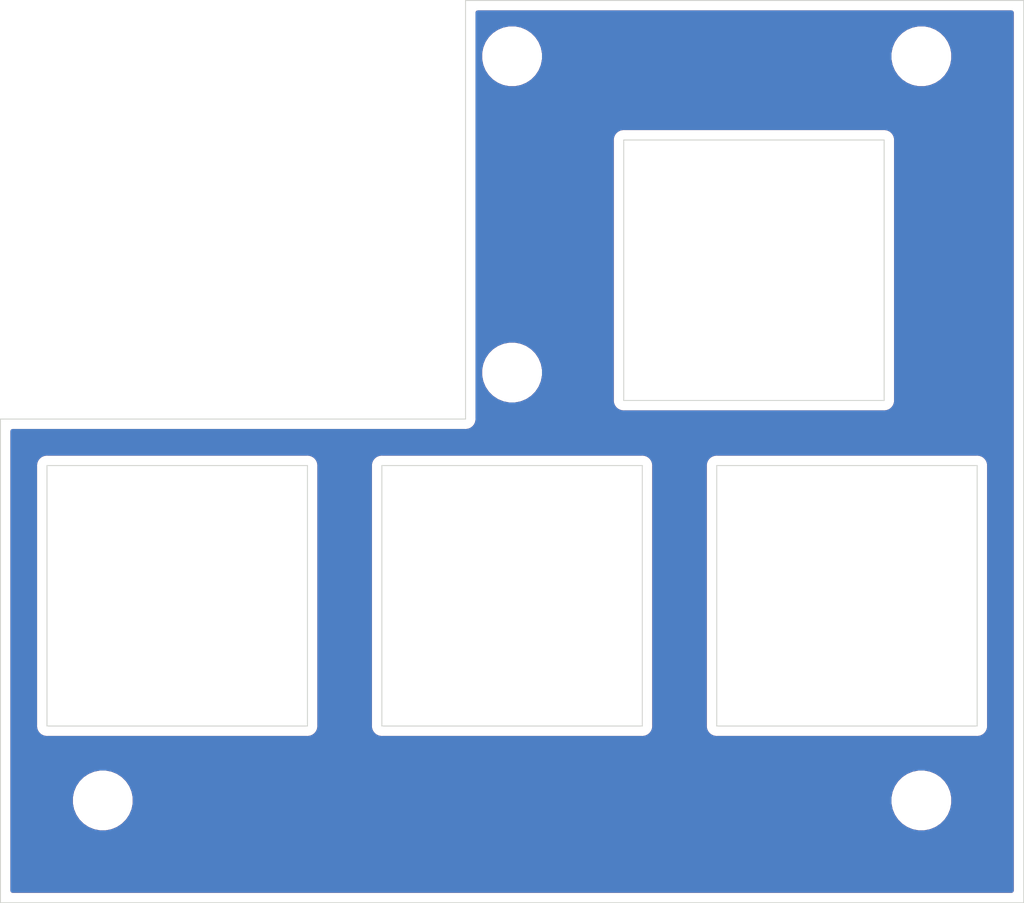
<source format=kicad_pcb>
(kicad_pcb (version 20171130) (host pcbnew "(5.1.6)-1")

  (general
    (thickness 1.6)
    (drawings 30)
    (tracks 0)
    (zones 0)
    (modules 5)
    (nets 1)
  )

  (page A4)
  (layers
    (0 F.Cu signal)
    (31 B.Cu signal)
    (32 B.Adhes user)
    (33 F.Adhes user)
    (34 B.Paste user)
    (35 F.Paste user)
    (36 B.SilkS user)
    (37 F.SilkS user)
    (38 B.Mask user)
    (39 F.Mask user)
    (40 Dwgs.User user)
    (41 Cmts.User user)
    (42 Eco1.User user)
    (43 Eco2.User user)
    (44 Edge.Cuts user)
    (45 Margin user)
    (46 B.CrtYd user)
    (47 F.CrtYd user)
    (48 B.Fab user)
    (49 F.Fab user)
  )

  (setup
    (last_trace_width 0.25)
    (trace_clearance 0.2)
    (zone_clearance 0.508)
    (zone_45_only no)
    (trace_min 0.2)
    (via_size 0.8)
    (via_drill 0.4)
    (via_min_size 0.4)
    (via_min_drill 0.3)
    (uvia_size 0.3)
    (uvia_drill 0.1)
    (uvias_allowed no)
    (uvia_min_size 0.2)
    (uvia_min_drill 0.1)
    (edge_width 0.05)
    (segment_width 0.2)
    (pcb_text_width 0.3)
    (pcb_text_size 1.5 1.5)
    (mod_edge_width 0.12)
    (mod_text_size 1 1)
    (mod_text_width 0.15)
    (pad_size 1.524 1.524)
    (pad_drill 0.762)
    (pad_to_mask_clearance 0.05)
    (aux_axis_origin 0 0)
    (visible_elements 7FFFFFFF)
    (pcbplotparams
      (layerselection 0x010f0_ffffffff)
      (usegerberextensions true)
      (usegerberattributes false)
      (usegerberadvancedattributes true)
      (creategerberjobfile false)
      (excludeedgelayer true)
      (linewidth 0.100000)
      (plotframeref false)
      (viasonmask false)
      (mode 1)
      (useauxorigin false)
      (hpglpennumber 1)
      (hpglpenspeed 20)
      (hpglpendiameter 15.000000)
      (psnegative false)
      (psa4output false)
      (plotreference true)
      (plotvalue true)
      (plotinvisibletext false)
      (padsonsilk false)
      (subtractmaskfromsilk false)
      (outputformat 1)
      (mirror false)
      (drillshape 0)
      (scaleselection 1)
      (outputdirectory "./gerber"))
  )

  (net 0 "")

  (net_class Default "This is the default net class."
    (clearance 0.2)
    (trace_width 0.25)
    (via_dia 0.8)
    (via_drill 0.4)
    (uvia_dia 0.3)
    (uvia_drill 0.1)
  )

  (net_class VCC/GND ""
    (clearance 0.2)
    (trace_width 0.4)
    (via_dia 0.8)
    (via_drill 0.4)
    (uvia_dia 0.3)
    (uvia_drill 0.1)
  )

  (module MountingHole:MountingHole_2.2mm_M2_ISO7380 (layer F.Cu) (tedit 56D1B4CB) (tstamp 5F2657CE)
    (at 147.5 121.5)
    (descr "Mounting Hole 2.2mm, no annular, M2, ISO7380")
    (tags "mounting hole 2.2mm no annular m2 iso7380")
    (attr virtual)
    (fp_text reference REF** (at 0 -3) (layer F.SilkS) hide
      (effects (font (size 1 1) (thickness 0.15)))
    )
    (fp_text value m2_spacer (at 0 3) (layer F.Fab)
      (effects (font (size 1 1) (thickness 0.15)))
    )
    (fp_circle (center 0 0) (end 2 0) (layer F.CrtYd) (width 0.05))
    (fp_circle (center 0 0) (end 1.75 0) (layer Cmts.User) (width 0.15))
    (fp_text user %R (at 0.3 0) (layer F.Fab)
      (effects (font (size 1 1) (thickness 0.15)))
    )
    (pad 1 np_thru_hole circle (at 0 0) (size 2.2 2.2) (drill 2.2) (layers *.Cu *.Mask))
  )

  (module MountingHole:MountingHole_2.2mm_M2_ISO7380 (layer F.Cu) (tedit 56D1B4CB) (tstamp 5F265744)
    (at 147.5 104.5)
    (descr "Mounting Hole 2.2mm, no annular, M2, ISO7380")
    (tags "mounting hole 2.2mm no annular m2 iso7380")
    (attr virtual)
    (fp_text reference REF** (at 0 -3) (layer F.SilkS) hide
      (effects (font (size 1 1) (thickness 0.15)))
    )
    (fp_text value m2_spacer (at 0 3) (layer F.Fab)
      (effects (font (size 1 1) (thickness 0.15)))
    )
    (fp_circle (center 0 0) (end 2 0) (layer F.CrtYd) (width 0.05))
    (fp_circle (center 0 0) (end 1.75 0) (layer Cmts.User) (width 0.15))
    (fp_text user %R (at 0.3 0) (layer F.Fab)
      (effects (font (size 1 1) (thickness 0.15)))
    )
    (pad 1 np_thru_hole circle (at 0 0) (size 2.2 2.2) (drill 2.2) (layers *.Cu *.Mask))
  )

  (module MountingHole:MountingHole_2.2mm_M2_ISO7380 (layer F.Cu) (tedit 56D1B4CB) (tstamp 5F1C0C55)
    (at 169.5 104.5)
    (descr "Mounting Hole 2.2mm, no annular, M2, ISO7380")
    (tags "mounting hole 2.2mm no annular m2 iso7380")
    (attr virtual)
    (fp_text reference REF** (at 0 -3) (layer F.SilkS) hide
      (effects (font (size 1 1) (thickness 0.15)))
    )
    (fp_text value m2_spacer (at 0 3) (layer F.Fab)
      (effects (font (size 1 1) (thickness 0.15)))
    )
    (fp_circle (center 0 0) (end 2 0) (layer F.CrtYd) (width 0.05))
    (fp_circle (center 0 0) (end 1.75 0) (layer Cmts.User) (width 0.15))
    (fp_text user %R (at 0.3 0) (layer F.Fab)
      (effects (font (size 1 1) (thickness 0.15)))
    )
    (pad 1 np_thru_hole circle (at 0 0) (size 2.2 2.2) (drill 2.2) (layers *.Cu *.Mask))
  )

  (module MountingHole:MountingHole_2.2mm_M2_ISO7380 (layer F.Cu) (tedit 56D1B4CB) (tstamp 5F1E0DC6)
    (at 125.5 144.5)
    (descr "Mounting Hole 2.2mm, no annular, M2, ISO7380")
    (tags "mounting hole 2.2mm no annular m2 iso7380")
    (attr virtual)
    (fp_text reference REF** (at 0 -3) (layer F.SilkS) hide
      (effects (font (size 1 1) (thickness 0.15)))
    )
    (fp_text value m2_spacer (at 0 3) (layer F.Fab)
      (effects (font (size 1 1) (thickness 0.15)))
    )
    (fp_circle (center 0 0) (end 2 0) (layer F.CrtYd) (width 0.05))
    (fp_circle (center 0 0) (end 1.75 0) (layer Cmts.User) (width 0.15))
    (fp_text user %R (at 0.3 0) (layer F.Fab)
      (effects (font (size 1 1) (thickness 0.15)))
    )
    (pad 1 np_thru_hole circle (at 0 0) (size 2.2 2.2) (drill 2.2) (layers *.Cu *.Mask))
  )

  (module MountingHole:MountingHole_2.2mm_M2_ISO7380 (layer F.Cu) (tedit 56D1B4CB) (tstamp 5F1E0DDB)
    (at 169.5 144.5)
    (descr "Mounting Hole 2.2mm, no annular, M2, ISO7380")
    (tags "mounting hole 2.2mm no annular m2 iso7380")
    (attr virtual)
    (fp_text reference REF** (at 0 -3) (layer F.SilkS) hide
      (effects (font (size 1 1) (thickness 0.15)))
    )
    (fp_text value m2_spacer (at 0 3) (layer F.Fab)
      (effects (font (size 1 1) (thickness 0.15)))
    )
    (fp_circle (center 0 0) (end 2 0) (layer F.CrtYd) (width 0.05))
    (fp_circle (center 0 0) (end 1.75 0) (layer Cmts.User) (width 0.15))
    (fp_text user %R (at 0.3 0) (layer F.Fab)
      (effects (font (size 1 1) (thickness 0.15)))
    )
    (pad 1 np_thru_hole circle (at 0 0) (size 2.2 2.2) (drill 2.2) (layers *.Cu *.Mask))
  )

  (gr_line (start 122.5 126.5) (end 136.5 126.5) (layer Edge.Cuts) (width 0.05) (tstamp 5F2659AB))
  (gr_line (start 122.5 140.5) (end 122.5 126.5) (layer Edge.Cuts) (width 0.05))
  (gr_line (start 136.5 140.5) (end 122.5 140.5) (layer Edge.Cuts) (width 0.05))
  (gr_line (start 136.5 126.5) (end 136.5 140.5) (layer Edge.Cuts) (width 0.05))
  (gr_line (start 140.5 126.5) (end 154.5 126.5) (layer Edge.Cuts) (width 0.05) (tstamp 5F265999))
  (gr_line (start 140.5 140.5) (end 140.5 126.5) (layer Edge.Cuts) (width 0.05))
  (gr_line (start 154.5 140.5) (end 140.5 140.5) (layer Edge.Cuts) (width 0.05))
  (gr_line (start 154.5 126.5) (end 154.5 140.5) (layer Edge.Cuts) (width 0.05))
  (gr_line (start 158.5 140.5) (end 158.5 126.5) (layer Edge.Cuts) (width 0.05) (tstamp 5F265988))
  (gr_line (start 172.5 140.5) (end 158.5 140.5) (layer Edge.Cuts) (width 0.05))
  (gr_line (start 172.5 126.5) (end 172.5 140.5) (layer Edge.Cuts) (width 0.05))
  (gr_line (start 158.5 126.5) (end 172.5 126.5) (layer Edge.Cuts) (width 0.05))
  (gr_line (start 145 124) (end 120 124) (layer Edge.Cuts) (width 0.05))
  (gr_line (start 145 101.5) (end 145 124) (layer Edge.Cuts) (width 0.05))
  (gr_line (start 175 101.5) (end 145 101.5) (layer Edge.Cuts) (width 0.05))
  (gr_line (start 120 150) (end 120 124) (layer Edge.Cuts) (width 0.05) (tstamp 5F1B6225))
  (gr_line (start 175 101.5) (end 175 150) (layer Edge.Cuts) (width 0.05))
  (gr_line (start 153.5 109) (end 153.5 123) (layer Edge.Cuts) (width 0.05) (tstamp 5F1E1BF8))
  (gr_line (start 167.5 109) (end 153.5 109) (layer Edge.Cuts) (width 0.05))
  (gr_line (start 167.5 123) (end 167.5 109) (layer Edge.Cuts) (width 0.05))
  (gr_line (start 153.5 123) (end 167.5 123) (layer Edge.Cuts) (width 0.05))
  (gr_line (start 167.5 109) (end 153.5 109) (layer Dwgs.User) (width 0.15) (tstamp 5F1B63A1))
  (gr_line (start 167.5 123) (end 167.5 109) (layer Dwgs.User) (width 0.15))
  (gr_line (start 153.5 123) (end 167.5 123) (layer Dwgs.User) (width 0.15))
  (gr_line (start 153.5 109) (end 153.5 123) (layer Dwgs.User) (width 0.15))
  (gr_line (start 150 125) (end 150 107) (layer Dwgs.User) (width 0.15) (tstamp 5F1B63A0))
  (gr_line (start 171 125) (end 150 125) (layer Dwgs.User) (width 0.15))
  (gr_line (start 171 107) (end 171 125) (layer Dwgs.User) (width 0.15))
  (gr_line (start 150 107) (end 171 107) (layer Dwgs.User) (width 0.15))
  (gr_line (start 175 150) (end 120 150) (layer Edge.Cuts) (width 0.05))

  (zone (net 0) (net_name "") (layer F.Cu) (tstamp 5F2813AE) (hatch edge 0.508)
    (connect_pads (clearance 0.508))
    (min_thickness 0.254)
    (fill yes (arc_segments 32) (thermal_gap 0.508) (thermal_bridge_width 0.508))
    (polygon
      (pts
        (xy 175 150) (xy 120 150) (xy 120 124) (xy 145 124) (xy 145 101.5)
        (xy 175 101.5)
      )
    )
    (filled_polygon
      (pts
        (xy 174.340001 149.34) (xy 120.66 149.34) (xy 120.66 144.329117) (xy 123.765 144.329117) (xy 123.765 144.670883)
        (xy 123.831675 145.006081) (xy 123.962463 145.321831) (xy 124.152337 145.605998) (xy 124.394002 145.847663) (xy 124.678169 146.037537)
        (xy 124.993919 146.168325) (xy 125.329117 146.235) (xy 125.670883 146.235) (xy 126.006081 146.168325) (xy 126.321831 146.037537)
        (xy 126.605998 145.847663) (xy 126.847663 145.605998) (xy 127.037537 145.321831) (xy 127.168325 145.006081) (xy 127.235 144.670883)
        (xy 127.235 144.329117) (xy 167.765 144.329117) (xy 167.765 144.670883) (xy 167.831675 145.006081) (xy 167.962463 145.321831)
        (xy 168.152337 145.605998) (xy 168.394002 145.847663) (xy 168.678169 146.037537) (xy 168.993919 146.168325) (xy 169.329117 146.235)
        (xy 169.670883 146.235) (xy 170.006081 146.168325) (xy 170.321831 146.037537) (xy 170.605998 145.847663) (xy 170.847663 145.605998)
        (xy 171.037537 145.321831) (xy 171.168325 145.006081) (xy 171.235 144.670883) (xy 171.235 144.329117) (xy 171.168325 143.993919)
        (xy 171.037537 143.678169) (xy 170.847663 143.394002) (xy 170.605998 143.152337) (xy 170.321831 142.962463) (xy 170.006081 142.831675)
        (xy 169.670883 142.765) (xy 169.329117 142.765) (xy 168.993919 142.831675) (xy 168.678169 142.962463) (xy 168.394002 143.152337)
        (xy 168.152337 143.394002) (xy 167.962463 143.678169) (xy 167.831675 143.993919) (xy 167.765 144.329117) (xy 127.235 144.329117)
        (xy 127.168325 143.993919) (xy 127.037537 143.678169) (xy 126.847663 143.394002) (xy 126.605998 143.152337) (xy 126.321831 142.962463)
        (xy 126.006081 142.831675) (xy 125.670883 142.765) (xy 125.329117 142.765) (xy 124.993919 142.831675) (xy 124.678169 142.962463)
        (xy 124.394002 143.152337) (xy 124.152337 143.394002) (xy 123.962463 143.678169) (xy 123.831675 143.993919) (xy 123.765 144.329117)
        (xy 120.66 144.329117) (xy 120.66 126.5) (xy 121.836807 126.5) (xy 121.840001 126.532429) (xy 121.84 140.467581)
        (xy 121.836807 140.5) (xy 121.84955 140.629383) (xy 121.88729 140.753793) (xy 121.948575 140.86845) (xy 122.031052 140.968948)
        (xy 122.13155 141.051425) (xy 122.246207 141.11271) (xy 122.370617 141.15045) (xy 122.5 141.163193) (xy 122.532419 141.16)
        (xy 136.467581 141.16) (xy 136.5 141.163193) (xy 136.532419 141.16) (xy 136.629383 141.15045) (xy 136.753793 141.11271)
        (xy 136.86845 141.051425) (xy 136.968948 140.968948) (xy 137.051425 140.86845) (xy 137.11271 140.753793) (xy 137.15045 140.629383)
        (xy 137.163193 140.5) (xy 137.16 140.467581) (xy 137.16 126.532419) (xy 137.163193 126.5) (xy 139.836807 126.5)
        (xy 139.840001 126.532429) (xy 139.84 140.467581) (xy 139.836807 140.5) (xy 139.84955 140.629383) (xy 139.88729 140.753793)
        (xy 139.948575 140.86845) (xy 140.031052 140.968948) (xy 140.13155 141.051425) (xy 140.246207 141.11271) (xy 140.370617 141.15045)
        (xy 140.5 141.163193) (xy 140.532419 141.16) (xy 154.467581 141.16) (xy 154.5 141.163193) (xy 154.532419 141.16)
        (xy 154.629383 141.15045) (xy 154.753793 141.11271) (xy 154.86845 141.051425) (xy 154.968948 140.968948) (xy 155.051425 140.86845)
        (xy 155.11271 140.753793) (xy 155.15045 140.629383) (xy 155.163193 140.5) (xy 155.16 140.467581) (xy 155.16 126.532419)
        (xy 155.163193 126.5) (xy 157.836807 126.5) (xy 157.840001 126.532429) (xy 157.84 140.467581) (xy 157.836807 140.5)
        (xy 157.84955 140.629383) (xy 157.88729 140.753793) (xy 157.948575 140.86845) (xy 158.031052 140.968948) (xy 158.13155 141.051425)
        (xy 158.246207 141.11271) (xy 158.370617 141.15045) (xy 158.5 141.163193) (xy 158.532419 141.16) (xy 172.467581 141.16)
        (xy 172.5 141.163193) (xy 172.532419 141.16) (xy 172.629383 141.15045) (xy 172.753793 141.11271) (xy 172.86845 141.051425)
        (xy 172.968948 140.968948) (xy 173.051425 140.86845) (xy 173.11271 140.753793) (xy 173.15045 140.629383) (xy 173.163193 140.5)
        (xy 173.16 140.467581) (xy 173.16 126.532419) (xy 173.163193 126.5) (xy 173.15045 126.370617) (xy 173.11271 126.246207)
        (xy 173.051425 126.13155) (xy 172.968948 126.031052) (xy 172.86845 125.948575) (xy 172.753793 125.88729) (xy 172.629383 125.84955)
        (xy 172.532419 125.84) (xy 172.5 125.836807) (xy 172.467581 125.84) (xy 158.532419 125.84) (xy 158.5 125.836807)
        (xy 158.467581 125.84) (xy 158.370617 125.84955) (xy 158.246207 125.88729) (xy 158.13155 125.948575) (xy 158.031052 126.031052)
        (xy 157.948575 126.13155) (xy 157.88729 126.246207) (xy 157.84955 126.370617) (xy 157.836807 126.5) (xy 155.163193 126.5)
        (xy 155.15045 126.370617) (xy 155.11271 126.246207) (xy 155.051425 126.13155) (xy 154.968948 126.031052) (xy 154.86845 125.948575)
        (xy 154.753793 125.88729) (xy 154.629383 125.84955) (xy 154.532419 125.84) (xy 154.5 125.836807) (xy 154.467581 125.84)
        (xy 140.532419 125.84) (xy 140.5 125.836807) (xy 140.467581 125.84) (xy 140.370617 125.84955) (xy 140.246207 125.88729)
        (xy 140.13155 125.948575) (xy 140.031052 126.031052) (xy 139.948575 126.13155) (xy 139.88729 126.246207) (xy 139.84955 126.370617)
        (xy 139.836807 126.5) (xy 137.163193 126.5) (xy 137.15045 126.370617) (xy 137.11271 126.246207) (xy 137.051425 126.13155)
        (xy 136.968948 126.031052) (xy 136.86845 125.948575) (xy 136.753793 125.88729) (xy 136.629383 125.84955) (xy 136.532419 125.84)
        (xy 136.5 125.836807) (xy 136.467581 125.84) (xy 122.532419 125.84) (xy 122.5 125.836807) (xy 122.467581 125.84)
        (xy 122.370617 125.84955) (xy 122.246207 125.88729) (xy 122.13155 125.948575) (xy 122.031052 126.031052) (xy 121.948575 126.13155)
        (xy 121.88729 126.246207) (xy 121.84955 126.370617) (xy 121.836807 126.5) (xy 120.66 126.5) (xy 120.66 124.66)
        (xy 144.967581 124.66) (xy 145 124.663193) (xy 145.032419 124.66) (xy 145.129383 124.65045) (xy 145.253793 124.61271)
        (xy 145.36845 124.551425) (xy 145.468948 124.468948) (xy 145.551425 124.36845) (xy 145.61271 124.253793) (xy 145.65045 124.129383)
        (xy 145.663193 124) (xy 145.66 123.967581) (xy 145.66 121.329117) (xy 145.765 121.329117) (xy 145.765 121.670883)
        (xy 145.831675 122.006081) (xy 145.962463 122.321831) (xy 146.152337 122.605998) (xy 146.394002 122.847663) (xy 146.678169 123.037537)
        (xy 146.993919 123.168325) (xy 147.329117 123.235) (xy 147.670883 123.235) (xy 148.006081 123.168325) (xy 148.321831 123.037537)
        (xy 148.605998 122.847663) (xy 148.847663 122.605998) (xy 149.037537 122.321831) (xy 149.168325 122.006081) (xy 149.235 121.670883)
        (xy 149.235 121.329117) (xy 149.168325 120.993919) (xy 149.037537 120.678169) (xy 148.847663 120.394002) (xy 148.605998 120.152337)
        (xy 148.321831 119.962463) (xy 148.006081 119.831675) (xy 147.670883 119.765) (xy 147.329117 119.765) (xy 146.993919 119.831675)
        (xy 146.678169 119.962463) (xy 146.394002 120.152337) (xy 146.152337 120.394002) (xy 145.962463 120.678169) (xy 145.831675 120.993919)
        (xy 145.765 121.329117) (xy 145.66 121.329117) (xy 145.66 109) (xy 152.836807 109) (xy 152.84 109.032419)
        (xy 152.840001 122.967571) (xy 152.836807 123) (xy 152.84955 123.129383) (xy 152.88729 123.253793) (xy 152.948575 123.36845)
        (xy 153.031052 123.468948) (xy 153.13155 123.551425) (xy 153.246207 123.61271) (xy 153.370617 123.65045) (xy 153.467581 123.66)
        (xy 153.5 123.663193) (xy 153.532419 123.66) (xy 167.467581 123.66) (xy 167.5 123.663193) (xy 167.532419 123.66)
        (xy 167.629383 123.65045) (xy 167.753793 123.61271) (xy 167.86845 123.551425) (xy 167.968948 123.468948) (xy 168.051425 123.36845)
        (xy 168.11271 123.253793) (xy 168.15045 123.129383) (xy 168.163193 123) (xy 168.16 122.967581) (xy 168.16 109.032419)
        (xy 168.163193 109) (xy 168.15045 108.870617) (xy 168.11271 108.746207) (xy 168.051425 108.63155) (xy 167.968948 108.531052)
        (xy 167.86845 108.448575) (xy 167.753793 108.38729) (xy 167.629383 108.34955) (xy 167.532419 108.34) (xy 167.5 108.336807)
        (xy 167.467581 108.34) (xy 153.532419 108.34) (xy 153.5 108.336807) (xy 153.467581 108.34) (xy 153.370617 108.34955)
        (xy 153.246207 108.38729) (xy 153.13155 108.448575) (xy 153.031052 108.531052) (xy 152.948575 108.63155) (xy 152.88729 108.746207)
        (xy 152.84955 108.870617) (xy 152.836807 109) (xy 145.66 109) (xy 145.66 104.329117) (xy 145.765 104.329117)
        (xy 145.765 104.670883) (xy 145.831675 105.006081) (xy 145.962463 105.321831) (xy 146.152337 105.605998) (xy 146.394002 105.847663)
        (xy 146.678169 106.037537) (xy 146.993919 106.168325) (xy 147.329117 106.235) (xy 147.670883 106.235) (xy 148.006081 106.168325)
        (xy 148.321831 106.037537) (xy 148.605998 105.847663) (xy 148.847663 105.605998) (xy 149.037537 105.321831) (xy 149.168325 105.006081)
        (xy 149.235 104.670883) (xy 149.235 104.329117) (xy 167.765 104.329117) (xy 167.765 104.670883) (xy 167.831675 105.006081)
        (xy 167.962463 105.321831) (xy 168.152337 105.605998) (xy 168.394002 105.847663) (xy 168.678169 106.037537) (xy 168.993919 106.168325)
        (xy 169.329117 106.235) (xy 169.670883 106.235) (xy 170.006081 106.168325) (xy 170.321831 106.037537) (xy 170.605998 105.847663)
        (xy 170.847663 105.605998) (xy 171.037537 105.321831) (xy 171.168325 105.006081) (xy 171.235 104.670883) (xy 171.235 104.329117)
        (xy 171.168325 103.993919) (xy 171.037537 103.678169) (xy 170.847663 103.394002) (xy 170.605998 103.152337) (xy 170.321831 102.962463)
        (xy 170.006081 102.831675) (xy 169.670883 102.765) (xy 169.329117 102.765) (xy 168.993919 102.831675) (xy 168.678169 102.962463)
        (xy 168.394002 103.152337) (xy 168.152337 103.394002) (xy 167.962463 103.678169) (xy 167.831675 103.993919) (xy 167.765 104.329117)
        (xy 149.235 104.329117) (xy 149.168325 103.993919) (xy 149.037537 103.678169) (xy 148.847663 103.394002) (xy 148.605998 103.152337)
        (xy 148.321831 102.962463) (xy 148.006081 102.831675) (xy 147.670883 102.765) (xy 147.329117 102.765) (xy 146.993919 102.831675)
        (xy 146.678169 102.962463) (xy 146.394002 103.152337) (xy 146.152337 103.394002) (xy 145.962463 103.678169) (xy 145.831675 103.993919)
        (xy 145.765 104.329117) (xy 145.66 104.329117) (xy 145.66 102.16) (xy 174.34 102.16)
      )
    )
  )
  (zone (net 0) (net_name "") (layer B.Cu) (tstamp 5F2813AB) (hatch edge 0.508)
    (connect_pads (clearance 0.508))
    (min_thickness 0.254)
    (fill yes (arc_segments 32) (thermal_gap 0.508) (thermal_bridge_width 0.508))
    (polygon
      (pts
        (xy 175 150) (xy 120 150) (xy 120 124) (xy 145 124) (xy 145 101.5)
        (xy 175 101.5)
      )
    )
    (filled_polygon
      (pts
        (xy 174.340001 149.34) (xy 120.66 149.34) (xy 120.66 144.329117) (xy 123.765 144.329117) (xy 123.765 144.670883)
        (xy 123.831675 145.006081) (xy 123.962463 145.321831) (xy 124.152337 145.605998) (xy 124.394002 145.847663) (xy 124.678169 146.037537)
        (xy 124.993919 146.168325) (xy 125.329117 146.235) (xy 125.670883 146.235) (xy 126.006081 146.168325) (xy 126.321831 146.037537)
        (xy 126.605998 145.847663) (xy 126.847663 145.605998) (xy 127.037537 145.321831) (xy 127.168325 145.006081) (xy 127.235 144.670883)
        (xy 127.235 144.329117) (xy 167.765 144.329117) (xy 167.765 144.670883) (xy 167.831675 145.006081) (xy 167.962463 145.321831)
        (xy 168.152337 145.605998) (xy 168.394002 145.847663) (xy 168.678169 146.037537) (xy 168.993919 146.168325) (xy 169.329117 146.235)
        (xy 169.670883 146.235) (xy 170.006081 146.168325) (xy 170.321831 146.037537) (xy 170.605998 145.847663) (xy 170.847663 145.605998)
        (xy 171.037537 145.321831) (xy 171.168325 145.006081) (xy 171.235 144.670883) (xy 171.235 144.329117) (xy 171.168325 143.993919)
        (xy 171.037537 143.678169) (xy 170.847663 143.394002) (xy 170.605998 143.152337) (xy 170.321831 142.962463) (xy 170.006081 142.831675)
        (xy 169.670883 142.765) (xy 169.329117 142.765) (xy 168.993919 142.831675) (xy 168.678169 142.962463) (xy 168.394002 143.152337)
        (xy 168.152337 143.394002) (xy 167.962463 143.678169) (xy 167.831675 143.993919) (xy 167.765 144.329117) (xy 127.235 144.329117)
        (xy 127.168325 143.993919) (xy 127.037537 143.678169) (xy 126.847663 143.394002) (xy 126.605998 143.152337) (xy 126.321831 142.962463)
        (xy 126.006081 142.831675) (xy 125.670883 142.765) (xy 125.329117 142.765) (xy 124.993919 142.831675) (xy 124.678169 142.962463)
        (xy 124.394002 143.152337) (xy 124.152337 143.394002) (xy 123.962463 143.678169) (xy 123.831675 143.993919) (xy 123.765 144.329117)
        (xy 120.66 144.329117) (xy 120.66 126.5) (xy 121.836807 126.5) (xy 121.840001 126.532429) (xy 121.84 140.467581)
        (xy 121.836807 140.5) (xy 121.84955 140.629383) (xy 121.88729 140.753793) (xy 121.948575 140.86845) (xy 122.031052 140.968948)
        (xy 122.13155 141.051425) (xy 122.246207 141.11271) (xy 122.370617 141.15045) (xy 122.5 141.163193) (xy 122.532419 141.16)
        (xy 136.467581 141.16) (xy 136.5 141.163193) (xy 136.532419 141.16) (xy 136.629383 141.15045) (xy 136.753793 141.11271)
        (xy 136.86845 141.051425) (xy 136.968948 140.968948) (xy 137.051425 140.86845) (xy 137.11271 140.753793) (xy 137.15045 140.629383)
        (xy 137.163193 140.5) (xy 137.16 140.467581) (xy 137.16 126.532419) (xy 137.163193 126.5) (xy 139.836807 126.5)
        (xy 139.840001 126.532429) (xy 139.84 140.467581) (xy 139.836807 140.5) (xy 139.84955 140.629383) (xy 139.88729 140.753793)
        (xy 139.948575 140.86845) (xy 140.031052 140.968948) (xy 140.13155 141.051425) (xy 140.246207 141.11271) (xy 140.370617 141.15045)
        (xy 140.5 141.163193) (xy 140.532419 141.16) (xy 154.467581 141.16) (xy 154.5 141.163193) (xy 154.532419 141.16)
        (xy 154.629383 141.15045) (xy 154.753793 141.11271) (xy 154.86845 141.051425) (xy 154.968948 140.968948) (xy 155.051425 140.86845)
        (xy 155.11271 140.753793) (xy 155.15045 140.629383) (xy 155.163193 140.5) (xy 155.16 140.467581) (xy 155.16 126.532419)
        (xy 155.163193 126.5) (xy 157.836807 126.5) (xy 157.840001 126.532429) (xy 157.84 140.467581) (xy 157.836807 140.5)
        (xy 157.84955 140.629383) (xy 157.88729 140.753793) (xy 157.948575 140.86845) (xy 158.031052 140.968948) (xy 158.13155 141.051425)
        (xy 158.246207 141.11271) (xy 158.370617 141.15045) (xy 158.5 141.163193) (xy 158.532419 141.16) (xy 172.467581 141.16)
        (xy 172.5 141.163193) (xy 172.532419 141.16) (xy 172.629383 141.15045) (xy 172.753793 141.11271) (xy 172.86845 141.051425)
        (xy 172.968948 140.968948) (xy 173.051425 140.86845) (xy 173.11271 140.753793) (xy 173.15045 140.629383) (xy 173.163193 140.5)
        (xy 173.16 140.467581) (xy 173.16 126.532419) (xy 173.163193 126.5) (xy 173.15045 126.370617) (xy 173.11271 126.246207)
        (xy 173.051425 126.13155) (xy 172.968948 126.031052) (xy 172.86845 125.948575) (xy 172.753793 125.88729) (xy 172.629383 125.84955)
        (xy 172.532419 125.84) (xy 172.5 125.836807) (xy 172.467581 125.84) (xy 158.532419 125.84) (xy 158.5 125.836807)
        (xy 158.467581 125.84) (xy 158.370617 125.84955) (xy 158.246207 125.88729) (xy 158.13155 125.948575) (xy 158.031052 126.031052)
        (xy 157.948575 126.13155) (xy 157.88729 126.246207) (xy 157.84955 126.370617) (xy 157.836807 126.5) (xy 155.163193 126.5)
        (xy 155.15045 126.370617) (xy 155.11271 126.246207) (xy 155.051425 126.13155) (xy 154.968948 126.031052) (xy 154.86845 125.948575)
        (xy 154.753793 125.88729) (xy 154.629383 125.84955) (xy 154.532419 125.84) (xy 154.5 125.836807) (xy 154.467581 125.84)
        (xy 140.532419 125.84) (xy 140.5 125.836807) (xy 140.467581 125.84) (xy 140.370617 125.84955) (xy 140.246207 125.88729)
        (xy 140.13155 125.948575) (xy 140.031052 126.031052) (xy 139.948575 126.13155) (xy 139.88729 126.246207) (xy 139.84955 126.370617)
        (xy 139.836807 126.5) (xy 137.163193 126.5) (xy 137.15045 126.370617) (xy 137.11271 126.246207) (xy 137.051425 126.13155)
        (xy 136.968948 126.031052) (xy 136.86845 125.948575) (xy 136.753793 125.88729) (xy 136.629383 125.84955) (xy 136.532419 125.84)
        (xy 136.5 125.836807) (xy 136.467581 125.84) (xy 122.532419 125.84) (xy 122.5 125.836807) (xy 122.467581 125.84)
        (xy 122.370617 125.84955) (xy 122.246207 125.88729) (xy 122.13155 125.948575) (xy 122.031052 126.031052) (xy 121.948575 126.13155)
        (xy 121.88729 126.246207) (xy 121.84955 126.370617) (xy 121.836807 126.5) (xy 120.66 126.5) (xy 120.66 124.66)
        (xy 144.967581 124.66) (xy 145 124.663193) (xy 145.032419 124.66) (xy 145.129383 124.65045) (xy 145.253793 124.61271)
        (xy 145.36845 124.551425) (xy 145.468948 124.468948) (xy 145.551425 124.36845) (xy 145.61271 124.253793) (xy 145.65045 124.129383)
        (xy 145.663193 124) (xy 145.66 123.967581) (xy 145.66 121.329117) (xy 145.765 121.329117) (xy 145.765 121.670883)
        (xy 145.831675 122.006081) (xy 145.962463 122.321831) (xy 146.152337 122.605998) (xy 146.394002 122.847663) (xy 146.678169 123.037537)
        (xy 146.993919 123.168325) (xy 147.329117 123.235) (xy 147.670883 123.235) (xy 148.006081 123.168325) (xy 148.321831 123.037537)
        (xy 148.605998 122.847663) (xy 148.847663 122.605998) (xy 149.037537 122.321831) (xy 149.168325 122.006081) (xy 149.235 121.670883)
        (xy 149.235 121.329117) (xy 149.168325 120.993919) (xy 149.037537 120.678169) (xy 148.847663 120.394002) (xy 148.605998 120.152337)
        (xy 148.321831 119.962463) (xy 148.006081 119.831675) (xy 147.670883 119.765) (xy 147.329117 119.765) (xy 146.993919 119.831675)
        (xy 146.678169 119.962463) (xy 146.394002 120.152337) (xy 146.152337 120.394002) (xy 145.962463 120.678169) (xy 145.831675 120.993919)
        (xy 145.765 121.329117) (xy 145.66 121.329117) (xy 145.66 109) (xy 152.836807 109) (xy 152.84 109.032419)
        (xy 152.840001 122.967571) (xy 152.836807 123) (xy 152.84955 123.129383) (xy 152.88729 123.253793) (xy 152.948575 123.36845)
        (xy 153.031052 123.468948) (xy 153.13155 123.551425) (xy 153.246207 123.61271) (xy 153.370617 123.65045) (xy 153.467581 123.66)
        (xy 153.5 123.663193) (xy 153.532419 123.66) (xy 167.467581 123.66) (xy 167.5 123.663193) (xy 167.532419 123.66)
        (xy 167.629383 123.65045) (xy 167.753793 123.61271) (xy 167.86845 123.551425) (xy 167.968948 123.468948) (xy 168.051425 123.36845)
        (xy 168.11271 123.253793) (xy 168.15045 123.129383) (xy 168.163193 123) (xy 168.16 122.967581) (xy 168.16 109.032419)
        (xy 168.163193 109) (xy 168.15045 108.870617) (xy 168.11271 108.746207) (xy 168.051425 108.63155) (xy 167.968948 108.531052)
        (xy 167.86845 108.448575) (xy 167.753793 108.38729) (xy 167.629383 108.34955) (xy 167.532419 108.34) (xy 167.5 108.336807)
        (xy 167.467581 108.34) (xy 153.532419 108.34) (xy 153.5 108.336807) (xy 153.467581 108.34) (xy 153.370617 108.34955)
        (xy 153.246207 108.38729) (xy 153.13155 108.448575) (xy 153.031052 108.531052) (xy 152.948575 108.63155) (xy 152.88729 108.746207)
        (xy 152.84955 108.870617) (xy 152.836807 109) (xy 145.66 109) (xy 145.66 104.329117) (xy 145.765 104.329117)
        (xy 145.765 104.670883) (xy 145.831675 105.006081) (xy 145.962463 105.321831) (xy 146.152337 105.605998) (xy 146.394002 105.847663)
        (xy 146.678169 106.037537) (xy 146.993919 106.168325) (xy 147.329117 106.235) (xy 147.670883 106.235) (xy 148.006081 106.168325)
        (xy 148.321831 106.037537) (xy 148.605998 105.847663) (xy 148.847663 105.605998) (xy 149.037537 105.321831) (xy 149.168325 105.006081)
        (xy 149.235 104.670883) (xy 149.235 104.329117) (xy 167.765 104.329117) (xy 167.765 104.670883) (xy 167.831675 105.006081)
        (xy 167.962463 105.321831) (xy 168.152337 105.605998) (xy 168.394002 105.847663) (xy 168.678169 106.037537) (xy 168.993919 106.168325)
        (xy 169.329117 106.235) (xy 169.670883 106.235) (xy 170.006081 106.168325) (xy 170.321831 106.037537) (xy 170.605998 105.847663)
        (xy 170.847663 105.605998) (xy 171.037537 105.321831) (xy 171.168325 105.006081) (xy 171.235 104.670883) (xy 171.235 104.329117)
        (xy 171.168325 103.993919) (xy 171.037537 103.678169) (xy 170.847663 103.394002) (xy 170.605998 103.152337) (xy 170.321831 102.962463)
        (xy 170.006081 102.831675) (xy 169.670883 102.765) (xy 169.329117 102.765) (xy 168.993919 102.831675) (xy 168.678169 102.962463)
        (xy 168.394002 103.152337) (xy 168.152337 103.394002) (xy 167.962463 103.678169) (xy 167.831675 103.993919) (xy 167.765 104.329117)
        (xy 149.235 104.329117) (xy 149.168325 103.993919) (xy 149.037537 103.678169) (xy 148.847663 103.394002) (xy 148.605998 103.152337)
        (xy 148.321831 102.962463) (xy 148.006081 102.831675) (xy 147.670883 102.765) (xy 147.329117 102.765) (xy 146.993919 102.831675)
        (xy 146.678169 102.962463) (xy 146.394002 103.152337) (xy 146.152337 103.394002) (xy 145.962463 103.678169) (xy 145.831675 103.993919)
        (xy 145.765 104.329117) (xy 145.66 104.329117) (xy 145.66 102.16) (xy 174.34 102.16)
      )
    )
  )
)

</source>
